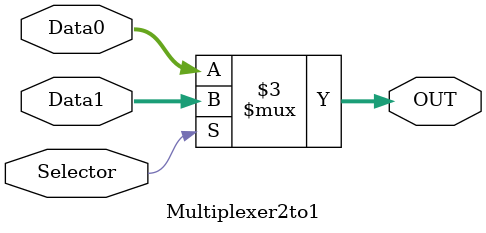
<source format=v>
/******************************************************************
* Description
*	This is a  an 2to1 multiplexer that can be parameterized in its bit-width.
*	1.0
* Author:
*	Dr. José Luis Pizano Escalante
* email:
*	luispizano@iteso.mx
* Date:
*	01/03/2014
******************************************************************/

module Multiplexer2to1
#(
	parameter NBits=32
)
(
	input Selector,
	input [NBits-1:0] Data0,
	input [NBits-1:0] Data1,
	
	output reg [NBits-1:0] OUT

);

	always@(Selector,Data1,Data0) begin
		if(Selector)
			OUT = Data1;
		else
			OUT = Data0;
	end

endmodule
</source>
